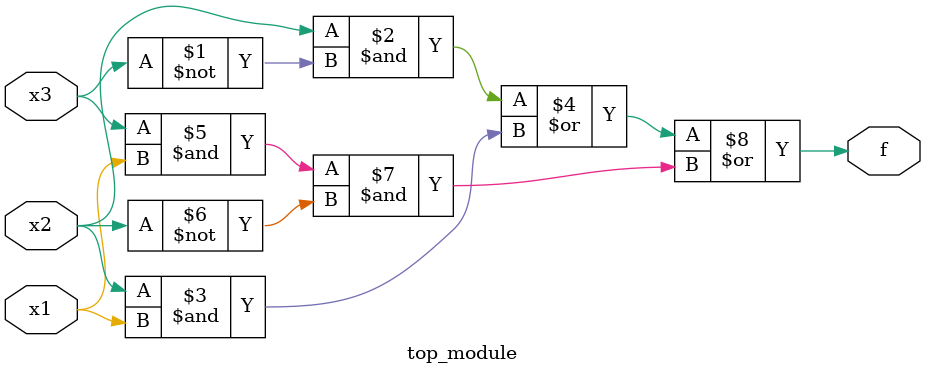
<source format=sv>
module top_module (
	input x3,
	input x2,
	input x1,
	output f
);

	assign f = (x2 & ~x3) | (x2 & x1) | (x3 & x1 & ~x2);

endmodule

</source>
